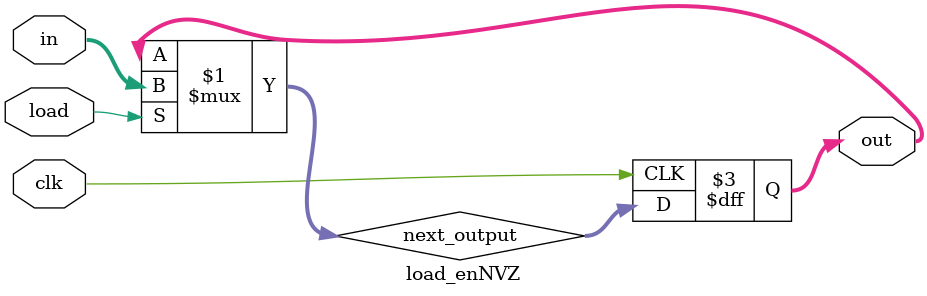
<source format=sv>
module datapath(clk, readnum, vsel, mdata, sximm8, sximm5, PC, loada, loadb, shift, asel, bsel, ALUop, loadc, loads, writenum, write, N, V, Z, datapath_out);
input clk;
//input [15:0] datapath_in;
input write, loada, loadb, asel, bsel, loadc, loads;
input [2:0] readnum, writenum;
input [1:0] shift, ALUop;

//New Inputs from Lab 6
input [1:0] vsel;
input [15:0] mdata;
input [15:0] sximm8;
input [7:0] PC;
input [15:0] sximm5;

//New outputs
output Z, N, V;

output [15:0] datapath_out;


reg [15:0] reg_data_in;
wire [15:0] reg_data_out;

always_comb begin
    case(vsel)
    2'b11: reg_data_in = mdata;
    2'b10: reg_data_in = sximm8;
    2'b01: reg_data_in = {8'b0, PC};
    2'b00: reg_data_in = datapath_out;
    endcase
end

regfile REGFILE (.data_in(reg_data_in), .writenum(writenum), .write(write), .readnum(readnum), .clk(clk), .data_out(reg_data_out));

wire [15:0] loada_out, loadb_out;

load_en loadA(.in(reg_data_out), .load(loada), .clk(clk), .out(loada_out));
load_en loadB(.in(reg_data_out), .load(loadb), .clk(clk), .out(loadb_out));

wire [15:0] sout;

shifter SHIFT(.in(loadb_out), .shift(shift), .sout(sout));

wire [15:0] Ain, Bin;

assign Ain = asel ? 16'b0: loada_out;
assign Bin = bsel ? sximm5 : sout;

wire [15:0] ALUout;
wire Z_o, N_o, V_o;

ALU a_l_u (.Ain(Ain), .Bin(Bin), .ALUop(ALUop), .out(ALUout), .N_sig(N_o), .V_sig(V_o), .Z_sig(Z_o));

load_enNVZ status(.in({N_o, V_o, Z_o}), .load(loads), .clk(clk), .out({N, V, Z}));

load_en loadC(.in(ALUout), .load(loadc), .clk(clk), .out(datapath_out));

endmodule

module load_en(in, load, clk, out);
input [15:0] in;
input load, clk;
output reg [15:0] out;
wire [15:0] next_output;

assign next_output = load ? in: out;

always_ff @(posedge clk) begin
    out <= next_output;
end

endmodule

module load_enNVZ(in, load, clk, out);
input [2:0] in;
input load, clk;
output reg [2:0] out;
reg [2:0] next_output;

assign next_output = load ? in: out;

always_ff @(posedge clk) begin
    out <= next_output;
end

endmodule

</source>
